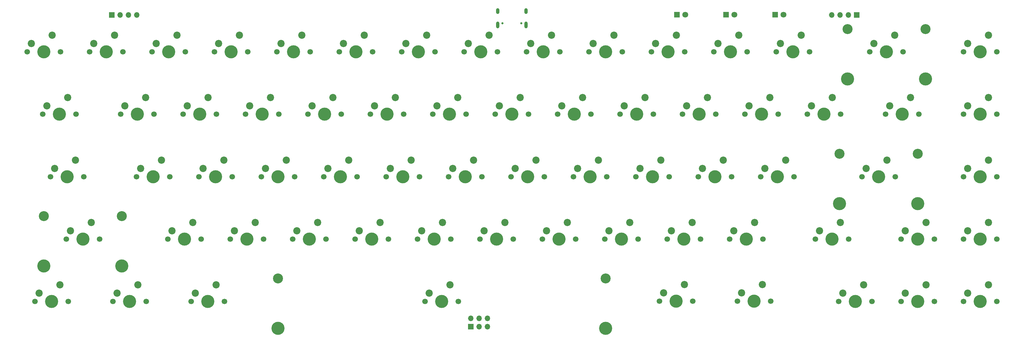
<source format=gts>
%TF.GenerationSoftware,KiCad,Pcbnew,7.0.5*%
%TF.CreationDate,2023-07-12T18:10:06+02:00*%
%TF.ProjectId,keyboard,6b657962-6f61-4726-942e-6b696361645f,rev?*%
%TF.SameCoordinates,Original*%
%TF.FileFunction,Soldermask,Top*%
%TF.FilePolarity,Negative*%
%FSLAX46Y46*%
G04 Gerber Fmt 4.6, Leading zero omitted, Abs format (unit mm)*
G04 Created by KiCad (PCBNEW 7.0.5) date 2023-07-12 18:10:06*
%MOMM*%
%LPD*%
G01*
G04 APERTURE LIST*
%ADD10C,1.700000*%
%ADD11C,4.000000*%
%ADD12C,2.200000*%
%ADD13R,1.700000X1.700000*%
%ADD14O,1.700000X1.700000*%
%ADD15R,1.800000X1.800000*%
%ADD16C,1.800000*%
%ADD17C,3.050000*%
%ADD18C,0.650000*%
%ADD19O,1.000000X1.800000*%
%ADD20O,1.000000X2.100000*%
G04 APERTURE END LIST*
D10*
%TO.C,S48*%
X171021000Y-112800000D03*
D11*
X176101000Y-112800000D03*
D10*
X181181000Y-112800000D03*
D12*
X178641000Y-107720000D03*
X172291000Y-110260000D03*
%TD*%
D10*
%TO.C,S6*%
X128110000Y-55630000D03*
D11*
X133190000Y-55630000D03*
D10*
X138270000Y-55630000D03*
D12*
X135730000Y-50550000D03*
X129380000Y-53090000D03*
%TD*%
D10*
%TO.C,S21*%
X156685000Y-74680000D03*
D11*
X161765000Y-74680000D03*
D10*
X166845000Y-74680000D03*
D12*
X164305000Y-69600000D03*
X157955000Y-72140000D03*
%TD*%
D10*
%TO.C,S31*%
X85245200Y-93750000D03*
D11*
X90325200Y-93750000D03*
D10*
X95405200Y-93750000D03*
D12*
X92865200Y-88670000D03*
X86515200Y-91210000D03*
%TD*%
D10*
%TO.C,S51*%
X228171000Y-112800000D03*
D11*
X233251000Y-112800000D03*
D10*
X238331000Y-112800000D03*
D12*
X235791000Y-107720000D03*
X229441000Y-110260000D03*
%TD*%
D10*
%TO.C,S20*%
X137635000Y-74680000D03*
D11*
X142715000Y-74680000D03*
D10*
X147795000Y-74680000D03*
D12*
X145255000Y-69600000D03*
X138905000Y-72140000D03*
%TD*%
D13*
%TO.C,J3*%
X58700000Y-44340000D03*
D14*
X61240000Y-44340000D03*
X63780000Y-44340000D03*
X66320000Y-44340000D03*
%TD*%
D15*
%TO.C,D1*%
X231125000Y-44250000D03*
D16*
X233665000Y-44250000D03*
%TD*%
D15*
%TO.C,D2*%
X246125000Y-44250000D03*
D16*
X248665000Y-44250000D03*
%TD*%
D10*
%TO.C,S65*%
X280495000Y-131850000D03*
D11*
X285575000Y-131850000D03*
D10*
X290655000Y-131850000D03*
D12*
X288115000Y-126770000D03*
X281765000Y-129310000D03*
%TD*%
D10*
%TO.C,S2*%
X51910000Y-55630000D03*
D11*
X56990000Y-55630000D03*
D10*
X62070000Y-55630000D03*
D12*
X59530000Y-50550000D03*
X53180000Y-53090000D03*
%TD*%
D10*
%TO.C,S26*%
X251935000Y-74680000D03*
D11*
X257015000Y-74680000D03*
D10*
X262095000Y-74680000D03*
D12*
X259555000Y-69600000D03*
X253205000Y-72140000D03*
%TD*%
D10*
%TO.C,S64*%
X299545000Y-112800000D03*
D11*
X304625000Y-112800000D03*
D10*
X309705000Y-112800000D03*
D12*
X307165000Y-107720000D03*
X300815000Y-110260000D03*
%TD*%
D10*
%TO.C,S12*%
X242410000Y-55630000D03*
D11*
X247490000Y-55630000D03*
D10*
X252570000Y-55630000D03*
D12*
X250030000Y-50550000D03*
X243680000Y-53090000D03*
%TD*%
D10*
%TO.C,S27*%
X270985000Y-74670000D03*
D11*
X276065000Y-74670000D03*
D10*
X281145000Y-74670000D03*
D12*
X278605000Y-69590000D03*
X272255000Y-72130000D03*
%TD*%
D17*
%TO.C,S57*%
X109370000Y-124850000D03*
D11*
X109370000Y-140090000D03*
D10*
X154290000Y-131850000D03*
D11*
X159370000Y-131850000D03*
D10*
X164450000Y-131850000D03*
D17*
X209370000Y-124850000D03*
D11*
X209370000Y-140090000D03*
D12*
X161910000Y-126770000D03*
X155560000Y-129310000D03*
%TD*%
D13*
%TO.C,J2*%
X168235000Y-139615000D03*
D14*
X168235000Y-137075000D03*
X170775000Y-139615000D03*
X170775000Y-137075000D03*
X173315000Y-139615000D03*
X173315000Y-137075000D03*
%TD*%
D10*
%TO.C,S46*%
X132921000Y-112800000D03*
D11*
X138001000Y-112800000D03*
D10*
X143081000Y-112800000D03*
D12*
X140541000Y-107720000D03*
X134191000Y-110260000D03*
%TD*%
D15*
%TO.C,D3*%
X261125000Y-44250000D03*
D16*
X263665000Y-44250000D03*
%TD*%
D10*
%TO.C,S18*%
X99535000Y-74680000D03*
D11*
X104615000Y-74680000D03*
D10*
X109695000Y-74680000D03*
D12*
X107155000Y-69600000D03*
X100805000Y-72140000D03*
%TD*%
D10*
%TO.C,S43*%
X75771000Y-112800000D03*
D11*
X80851000Y-112800000D03*
D10*
X85931000Y-112800000D03*
D12*
X83391000Y-107720000D03*
X77041000Y-110260000D03*
%TD*%
D10*
%TO.C,S54*%
X35240000Y-131850000D03*
D11*
X40320000Y-131850000D03*
D10*
X45400000Y-131850000D03*
D12*
X42860000Y-126770000D03*
X36510000Y-129310000D03*
%TD*%
D10*
%TO.C,S47*%
X151971000Y-112800000D03*
D11*
X157051000Y-112800000D03*
D10*
X162131000Y-112800000D03*
D12*
X159591000Y-107720000D03*
X153241000Y-110260000D03*
%TD*%
D10*
%TO.C,S59*%
X249580000Y-131840000D03*
D11*
X254660000Y-131840000D03*
D10*
X259740000Y-131840000D03*
D12*
X257200000Y-126760000D03*
X250850000Y-129300000D03*
%TD*%
D10*
%TO.C,S63*%
X318595000Y-112800000D03*
D11*
X323675000Y-112800000D03*
D10*
X328755000Y-112800000D03*
D12*
X326215000Y-107720000D03*
X319865000Y-110260000D03*
%TD*%
D10*
%TO.C,S62*%
X318595000Y-93750000D03*
D11*
X323675000Y-93750000D03*
D10*
X328755000Y-93750000D03*
D12*
X326215000Y-88670000D03*
X319865000Y-91210000D03*
%TD*%
D10*
%TO.C,S9*%
X185250000Y-55630000D03*
D11*
X190330000Y-55630000D03*
D10*
X195410000Y-55630000D03*
D12*
X192870000Y-50550000D03*
X186520000Y-53090000D03*
%TD*%
D13*
%TO.C,J4*%
X286000000Y-44335000D03*
D14*
X283460000Y-44335000D03*
X280920000Y-44335000D03*
X278380000Y-44335000D03*
%TD*%
D10*
%TO.C,S40*%
X256695200Y-93750000D03*
D11*
X261775200Y-93750000D03*
D10*
X266855200Y-93750000D03*
D12*
X264315200Y-88670000D03*
X257965200Y-91210000D03*
%TD*%
D17*
%TO.C,S14*%
X283215000Y-48630000D03*
D11*
X283215000Y-63870000D03*
D10*
X290035000Y-55630000D03*
D11*
X295115000Y-55630000D03*
D10*
X300195000Y-55630000D03*
D17*
X307015000Y-48630000D03*
D11*
X307015000Y-63870000D03*
D12*
X297655000Y-50550000D03*
X291305000Y-53090000D03*
%TD*%
D10*
%TO.C,S34*%
X142395200Y-93750000D03*
D11*
X147475200Y-93750000D03*
D10*
X152555200Y-93750000D03*
D12*
X150015200Y-88670000D03*
X143665200Y-91210000D03*
%TD*%
D10*
%TO.C,S19*%
X118585000Y-74680000D03*
D11*
X123665000Y-74680000D03*
D10*
X128745000Y-74680000D03*
D12*
X126205000Y-69600000D03*
X119855000Y-72140000D03*
%TD*%
D10*
%TO.C,S25*%
X232885000Y-74680000D03*
D11*
X237965000Y-74680000D03*
D10*
X243045000Y-74680000D03*
D12*
X240505000Y-69600000D03*
X234155000Y-72140000D03*
%TD*%
D10*
%TO.C,S30*%
X66195200Y-93750000D03*
D11*
X71275200Y-93750000D03*
D10*
X76355200Y-93750000D03*
D12*
X73815200Y-88670000D03*
X67465200Y-91210000D03*
%TD*%
D10*
%TO.C,S23*%
X194785000Y-74680000D03*
D11*
X199865000Y-74680000D03*
D10*
X204945000Y-74680000D03*
D12*
X202405000Y-69600000D03*
X196055000Y-72140000D03*
%TD*%
D10*
%TO.C,S58*%
X225790000Y-131840000D03*
D11*
X230870000Y-131840000D03*
D10*
X235950000Y-131840000D03*
D12*
X233410000Y-126760000D03*
X227060000Y-129300000D03*
%TD*%
D10*
%TO.C,S5*%
X109060000Y-55630000D03*
D11*
X114140000Y-55630000D03*
D10*
X119220000Y-55630000D03*
D12*
X116680000Y-50550000D03*
X110330000Y-53090000D03*
%TD*%
D17*
%TO.C,S42*%
X37950000Y-105800000D03*
D11*
X37950000Y-121040000D03*
D10*
X44770000Y-112800000D03*
D11*
X49850000Y-112800000D03*
D10*
X54930000Y-112800000D03*
D17*
X61750000Y-105800000D03*
D11*
X61750000Y-121040000D03*
D12*
X52390000Y-107720000D03*
X46040000Y-110260000D03*
%TD*%
D10*
%TO.C,S37*%
X199545200Y-93750000D03*
D11*
X204625200Y-93750000D03*
D10*
X209705200Y-93750000D03*
D12*
X207165200Y-88670000D03*
X200815200Y-91210000D03*
%TD*%
D10*
%TO.C,S17*%
X80485000Y-74680000D03*
D11*
X85565000Y-74680000D03*
D10*
X90645000Y-74680000D03*
D12*
X88105000Y-69600000D03*
X81755000Y-72140000D03*
%TD*%
D10*
%TO.C,S60*%
X318610000Y-55630000D03*
D11*
X323690000Y-55630000D03*
D10*
X328770000Y-55630000D03*
D12*
X326230000Y-50550000D03*
X319880000Y-53090000D03*
%TD*%
D10*
%TO.C,S36*%
X180495200Y-93750000D03*
D11*
X185575200Y-93750000D03*
D10*
X190655200Y-93750000D03*
D12*
X188115200Y-88670000D03*
X181765200Y-91210000D03*
%TD*%
D10*
%TO.C,S49*%
X190071000Y-112800000D03*
D11*
X195151000Y-112800000D03*
D10*
X200231000Y-112800000D03*
D12*
X197691000Y-107720000D03*
X191341000Y-110260000D03*
%TD*%
D10*
%TO.C,S3*%
X70960000Y-55630000D03*
D11*
X76040000Y-55630000D03*
D10*
X81120000Y-55630000D03*
D12*
X78580000Y-50550000D03*
X72230000Y-53090000D03*
%TD*%
D10*
%TO.C,S11*%
X223360000Y-55630000D03*
D11*
X228440000Y-55630000D03*
D10*
X233520000Y-55630000D03*
D12*
X230980000Y-50550000D03*
X224630000Y-53090000D03*
%TD*%
D10*
%TO.C,S7*%
X147160000Y-55630000D03*
D11*
X152240000Y-55630000D03*
D10*
X157320000Y-55630000D03*
D12*
X154780000Y-50550000D03*
X148430000Y-53090000D03*
%TD*%
D10*
%TO.C,S45*%
X113871000Y-112800000D03*
D11*
X118951000Y-112800000D03*
D10*
X124031000Y-112800000D03*
D12*
X121491000Y-107720000D03*
X115141000Y-110260000D03*
%TD*%
D10*
%TO.C,S44*%
X94821000Y-112800000D03*
D11*
X99901000Y-112800000D03*
D10*
X104981000Y-112800000D03*
D12*
X102441000Y-107720000D03*
X96091000Y-110260000D03*
%TD*%
D10*
%TO.C,S38*%
X218595200Y-93750000D03*
D11*
X223675200Y-93750000D03*
D10*
X228755200Y-93750000D03*
D12*
X226215200Y-88670000D03*
X219865200Y-91210000D03*
%TD*%
D10*
%TO.C,S1*%
X32860000Y-55630000D03*
D11*
X37940000Y-55630000D03*
D10*
X43020000Y-55630000D03*
D12*
X40480000Y-50550000D03*
X34130000Y-53090000D03*
%TD*%
D10*
%TO.C,S67*%
X318595000Y-131850000D03*
D11*
X323675000Y-131850000D03*
D10*
X328755000Y-131850000D03*
D12*
X326215000Y-126770000D03*
X319865000Y-129310000D03*
%TD*%
D10*
%TO.C,S15*%
X37620000Y-74690000D03*
D11*
X42700000Y-74690000D03*
D10*
X47780000Y-74690000D03*
D12*
X45240000Y-69610000D03*
X38890000Y-72150000D03*
%TD*%
D10*
%TO.C,S39*%
X237645200Y-93750000D03*
D11*
X242725200Y-93750000D03*
D10*
X247805200Y-93750000D03*
D12*
X245265200Y-88670000D03*
X238915200Y-91210000D03*
%TD*%
D10*
%TO.C,S50*%
X209121000Y-112800000D03*
D11*
X214201000Y-112800000D03*
D10*
X219281000Y-112800000D03*
D12*
X216741000Y-107720000D03*
X210391000Y-110260000D03*
%TD*%
D10*
%TO.C,S33*%
X123345200Y-93750000D03*
D11*
X128425200Y-93750000D03*
D10*
X133505200Y-93750000D03*
D12*
X130965200Y-88670000D03*
X124615200Y-91210000D03*
%TD*%
D10*
%TO.C,S61*%
X318605000Y-74660000D03*
D11*
X323685000Y-74660000D03*
D10*
X328765000Y-74660000D03*
D12*
X326225000Y-69580000D03*
X319875000Y-72120000D03*
%TD*%
D10*
%TO.C,S16*%
X61435000Y-74680000D03*
D11*
X66515000Y-74680000D03*
D10*
X71595000Y-74680000D03*
D12*
X69055000Y-69600000D03*
X62705000Y-72140000D03*
%TD*%
D10*
%TO.C,S10*%
X204310000Y-55630000D03*
D11*
X209390000Y-55630000D03*
D10*
X214470000Y-55630000D03*
D12*
X211930000Y-50550000D03*
X205580000Y-53090000D03*
%TD*%
D10*
%TO.C,S55*%
X59050000Y-131850000D03*
D11*
X64130000Y-131850000D03*
D10*
X69210000Y-131850000D03*
D12*
X66670000Y-126770000D03*
X60320000Y-129310000D03*
%TD*%
D10*
%TO.C,S22*%
X175735000Y-74680000D03*
D11*
X180815000Y-74680000D03*
D10*
X185895000Y-74680000D03*
D12*
X183355000Y-69600000D03*
X177005000Y-72140000D03*
%TD*%
D10*
%TO.C,S4*%
X90010000Y-55630000D03*
D11*
X95090000Y-55630000D03*
D10*
X100170000Y-55630000D03*
D12*
X97630000Y-50550000D03*
X91280000Y-53090000D03*
%TD*%
D10*
%TO.C,S35*%
X161445200Y-93750000D03*
D11*
X166525200Y-93750000D03*
D10*
X171605200Y-93750000D03*
D12*
X169065200Y-88670000D03*
X162715200Y-91210000D03*
%TD*%
D10*
%TO.C,S24*%
X213835000Y-74680000D03*
D11*
X218915000Y-74680000D03*
D10*
X223995000Y-74680000D03*
D12*
X221455000Y-69600000D03*
X215105000Y-72140000D03*
%TD*%
D10*
%TO.C,S29*%
X40005000Y-93750000D03*
D11*
X45085000Y-93750000D03*
D10*
X50165000Y-93750000D03*
D12*
X47625000Y-88670000D03*
X41275000Y-91210000D03*
%TD*%
D10*
%TO.C,S52*%
X247221000Y-112800000D03*
D11*
X252301000Y-112800000D03*
D10*
X257381000Y-112800000D03*
D12*
X254841000Y-107720000D03*
X248491000Y-110260000D03*
%TD*%
D10*
%TO.C,S28*%
X294795000Y-74670000D03*
D11*
X299875000Y-74670000D03*
D10*
X304955000Y-74670000D03*
D12*
X302415000Y-69590000D03*
X296065000Y-72130000D03*
%TD*%
D10*
%TO.C,S66*%
X299545000Y-131850000D03*
D11*
X304625000Y-131850000D03*
D10*
X309705000Y-131850000D03*
D12*
X307165000Y-126770000D03*
X300815000Y-129310000D03*
%TD*%
D10*
%TO.C,S56*%
X82890000Y-131850000D03*
D11*
X87970000Y-131850000D03*
D10*
X93050000Y-131850000D03*
D12*
X90510000Y-126770000D03*
X84160000Y-129310000D03*
%TD*%
D10*
%TO.C,S32*%
X104295200Y-93750000D03*
D11*
X109375200Y-93750000D03*
D10*
X114455200Y-93750000D03*
D12*
X111915200Y-88670000D03*
X105565200Y-91210000D03*
%TD*%
D10*
%TO.C,S13*%
X261460000Y-55630000D03*
D11*
X266540000Y-55630000D03*
D10*
X271620000Y-55630000D03*
D12*
X269080000Y-50550000D03*
X262730000Y-53090000D03*
%TD*%
D10*
%TO.C,S53*%
X273383000Y-112800000D03*
D11*
X278463000Y-112800000D03*
D10*
X283543000Y-112800000D03*
D12*
X281003000Y-107720000D03*
X274653000Y-110260000D03*
%TD*%
D17*
%TO.C,S41*%
X280812400Y-86760200D03*
D11*
X280812400Y-102000200D03*
D10*
X287632400Y-93760200D03*
D11*
X292712400Y-93760200D03*
D10*
X297792400Y-93760200D03*
D17*
X304612400Y-86760200D03*
D11*
X304612400Y-102000200D03*
D12*
X295252400Y-88680200D03*
X288902400Y-91220200D03*
%TD*%
D10*
%TO.C,S8*%
X166210000Y-55630000D03*
D11*
X171290000Y-55630000D03*
D10*
X176370000Y-55630000D03*
D12*
X173830000Y-50550000D03*
X167480000Y-53090000D03*
%TD*%
D18*
%TO.C,J1*%
X177890000Y-46865000D03*
X183670000Y-46865000D03*
D19*
X176460000Y-43185000D03*
D20*
X176460000Y-47385000D03*
D19*
X185100000Y-43185000D03*
D20*
X185100000Y-47385000D03*
%TD*%
M02*

</source>
